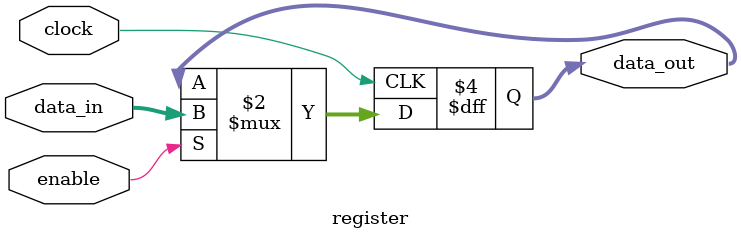
<source format=v>

module register(clock, enable, data_in, data_out);
  input			clock;
  input			enable;
  input      [15:0] 	data_in;
  output reg [15:0] 	data_out;

always @(negedge clock)
  begin
    if( enable )
    begin
      data_out <= data_in;
    end
  end

endmodule
</source>
